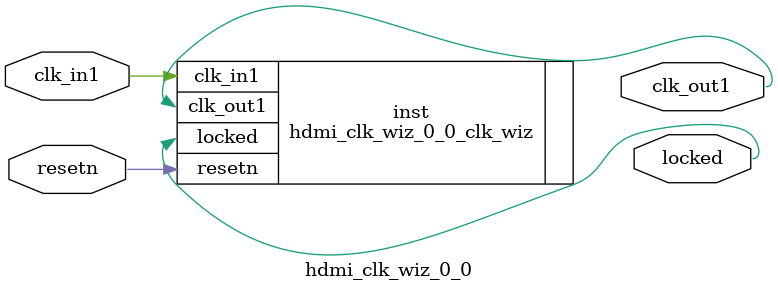
<source format=v>


`timescale 1ps/1ps

(* CORE_GENERATION_INFO = "hdmi_clk_wiz_0_0,clk_wiz_v6_0_2_0_0,{component_name=hdmi_clk_wiz_0_0,use_phase_alignment=true,use_min_o_jitter=false,use_max_i_jitter=false,use_dyn_phase_shift=false,use_inclk_switchover=false,use_dyn_reconfig=false,enable_axi=0,feedback_source=FDBK_AUTO,PRIMITIVE=MMCM,num_out_clk=1,clkin1_period=10.000,clkin2_period=10.000,use_power_down=false,use_reset=true,use_locked=true,use_inclk_stopped=false,feedback_type=SINGLE,CLOCK_MGR_TYPE=NA,manual_override=false}" *)

module hdmi_clk_wiz_0_0 
 (
  // Clock out ports
  output        clk_out1,
  // Status and control signals
  input         resetn,
  output        locked,
 // Clock in ports
  input         clk_in1
 );

  hdmi_clk_wiz_0_0_clk_wiz inst
  (
  // Clock out ports  
  .clk_out1(clk_out1),
  // Status and control signals               
  .resetn(resetn), 
  .locked(locked),
 // Clock in ports
  .clk_in1(clk_in1)
  );

endmodule

</source>
